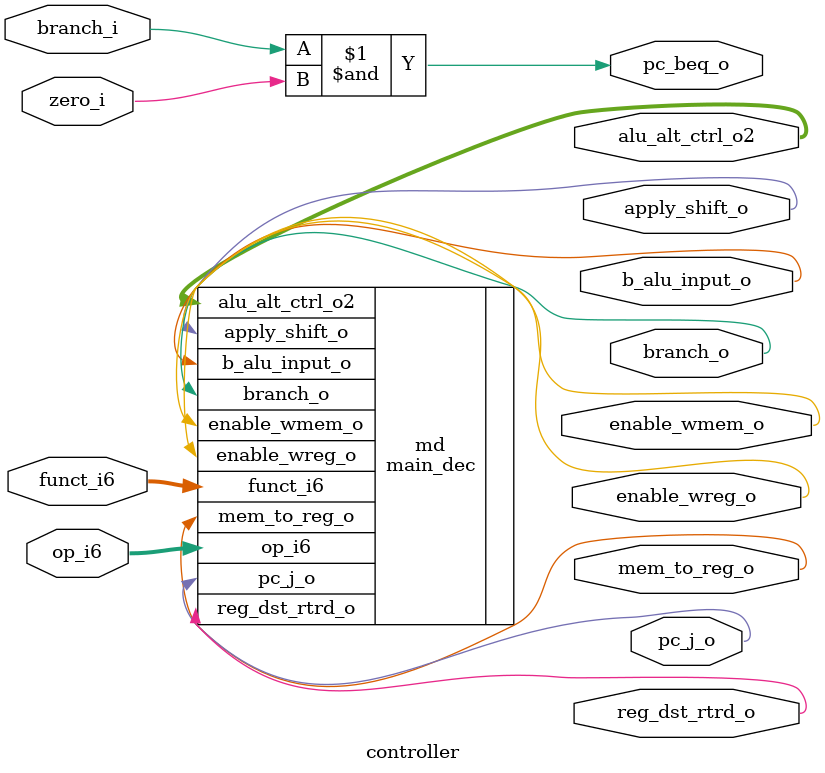
<source format=sv>
`timescale 1ns / 1ps


module controller(
    // INPUTS
    input logic [5:0] op_i6         // comes from the DECODE stage
    ,input logic [5:0] funct_i6     // comes from the DECODE stage 
    ,input logic zero_i             // comes from the MEMORY stage
    ,input logic branch_i           // comes from the MEMORY stage

    // OUTPUTS
    ,output logic mem_to_reg_o    
    ,output logic enable_wmem_o
    ,output logic branch_o          // to be pipelined until used in MEM stage 
    ,output logic pc_beq_o
    //,output logic pc_bne_o
    ,output logic b_alu_input_o
    ,output logic reg_dst_rtrd_o
    ,output logic enable_wreg_o
    ,output logic pc_j_o
    ,output logic apply_shift_o
    ,output logic [1:0] alu_alt_ctrl_o2
    );

    //logic branch_l;

    main_dec md(
        .op_i6(op_i6)
        ,.funct_i6(funct_i6)
        ,.mem_to_reg_o(mem_to_reg_o)
        ,.enable_wmem_o(enable_wmem_o)
        ,.branch_o(branch_o)
        ,.b_alu_input_o(b_alu_input_o)
        ,.reg_dst_rtrd_o(reg_dst_rtrd_o)
        ,.enable_wreg_o(enable_wreg_o)
        ,.pc_j_o(pc_j_o)
        ,.apply_shift_o(apply_shift_o)
        ,.alu_alt_ctrl_o2(alu_alt_ctrl_o2)
    );

    assign pc_beq_o = branch_i & zero_i; // valid only after MEMORY stage
    //assign pc_bne_o = branch_l & !zero_i;
endmodule

</source>
